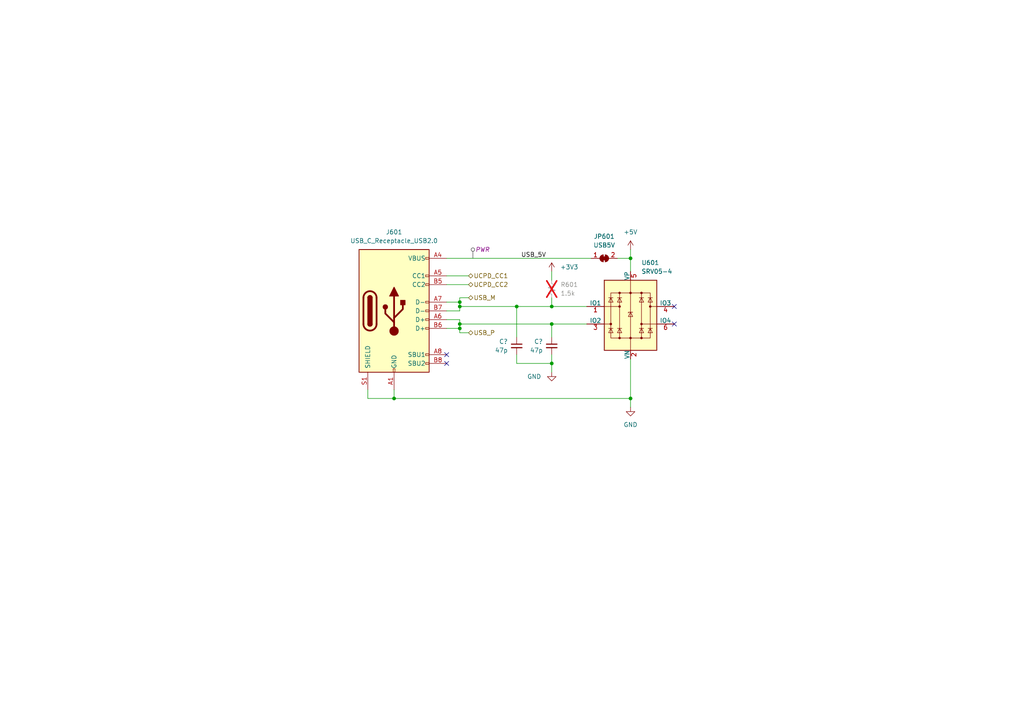
<source format=kicad_sch>
(kicad_sch (version 20230121) (generator eeschema)
  (paper "A4")
  (title_block (title "USB & ESD") (date "2023-06-17") (rev "1.0") (company "matei repair lab"))
  (lib_symbols
    (symbol "Connector:USB_C_Receptacle_USB2.0" (pin_names (offset 1.016))
      (property "Reference" "J" (at -10.16 19.05 0))
      (property "Value" "USB_C_Receptacle_USB2.0" (at 19.05 19.05 0))
      (symbol "USB_C_Receptacle_USB2.0_0_0"
        (rectangle (start -0.254 -17.78) (end 0.254 -16.764))
        (rectangle (start 10.16 -14.986) (end 9.144 -15.494))
        (rectangle (start 10.16 -12.446) (end 9.144 -12.954))
        (rectangle (start 10.16 -4.826) (end 9.144 -5.334))
        (rectangle (start 10.16 -2.286) (end 9.144 -2.794))
        (rectangle (start 10.16 0.254) (end 9.144 -0.254))
        (rectangle (start 10.16 2.794) (end 9.144 2.286))
        (rectangle (start 10.16 7.874) (end 9.144 7.366))
        (rectangle (start 10.16 10.414) (end 9.144 9.906))
        (rectangle (start 10.16 15.494) (end 9.144 14.986))
      )
      (symbol "USB_C_Receptacle_USB2.0_0_1"
        (rectangle (start -10.16 17.78) (end 10.16 -17.78) (stroke (width 0.254)) (fill (type background)))
        (arc (start -8.89 -3.81) (mid -6.985 -5.7067) (end -5.08 -3.81) (stroke (width 0.508)))
        (arc (start -7.62 -3.81) (mid -6.985 -4.4423) (end -6.35 -3.81) (stroke (width 0.254)))
        (arc (start -7.62 -3.81) (mid -6.985 -4.4423) (end -6.35 -3.81) (stroke (width 0.254)) (fill (type outline)))
        (rectangle (start -7.62 -3.81) (end -6.35 3.81) (stroke (width 0.254)) (fill (type outline)))
        (arc (start -6.35 3.81) (mid -6.985 4.4423) (end -7.62 3.81) (stroke (width 0.254)))
        (arc (start -6.35 3.81) (mid -6.985 4.4423) (end -7.62 3.81) (stroke (width 0.254)) (fill (type outline)))
        (arc (start -5.08 3.81) (mid -6.985 5.7067) (end -8.89 3.81) (stroke (width 0.508)))
        (circle (center -2.54 1.143) (radius 0.635) (stroke (width 0.254)) (fill (type outline)))
        (circle (center 0 -5.842) (radius 1.27) (fill (type outline)))
        (polyline (pts (xy -8.89 -3.81) (xy -8.89 3.81)) (stroke (width 0.508)))
        (polyline (pts (xy -5.08 3.81) (xy -5.08 -3.81)) (stroke (width 0.508)))
        (polyline (pts (xy 0 -5.842) (xy 0 4.318)) (stroke (width 0.508)))
        (polyline (pts (xy 0 -3.302) (xy -2.54 -0.762) (xy -2.54 0.508)) (stroke (width 0.508)))
        (polyline (pts (xy 0 -2.032) (xy 2.54 0.508) (xy 2.54 1.778)) (stroke (width 0.508)))
        (polyline (pts (xy -1.27 4.318) (xy 0 6.858) (xy 1.27 4.318) (xy -1.27 4.318)) (stroke (width 0.254)) (fill (type outline)))
        (rectangle (start 1.905 1.778) (end 3.175 3.048) (stroke (width 0.254)) (fill (type outline)))
      )
      (symbol "USB_C_Receptacle_USB2.0_1_1"
        (pin passive line (at 0 -22.86 90) (length 5.08) (name "GND") (number "A1"))
        (pin passive line (at 0 -22.86 90) (length 5.08) hide (name "GND") (number "A12"))
        (pin passive line (at 15.24 15.24 180) (length 5.08) (name "VBUS") (number "A4"))
        (pin bidirectional line (at 15.24 10.16 180) (length 5.08) (name "CC1") (number "A5"))
        (pin bidirectional line (at 15.24 -2.54 180) (length 5.08) (name "D+") (number "A6"))
        (pin bidirectional line (at 15.24 2.54 180) (length 5.08) (name "D-") (number "A7"))
        (pin bidirectional line (at 15.24 -12.7 180) (length 5.08) (name "SBU1") (number "A8"))
        (pin passive line (at 15.24 15.24 180) (length 5.08) hide (name "VBUS") (number "A9"))
        (pin passive line (at 0 -22.86 90) (length 5.08) hide (name "GND") (number "B1"))
        (pin passive line (at 0 -22.86 90) (length 5.08) hide (name "GND") (number "B12"))
        (pin passive line (at 15.24 15.24 180) (length 5.08) hide (name "VBUS") (number "B4"))
        (pin bidirectional line (at 15.24 7.62 180) (length 5.08) (name "CC2") (number "B5"))
        (pin bidirectional line (at 15.24 -5.08 180) (length 5.08) (name "D+") (number "B6"))
        (pin bidirectional line (at 15.24 0 180) (length 5.08) (name "D-") (number "B7"))
        (pin bidirectional line (at 15.24 -15.24 180) (length 5.08) (name "SBU2") (number "B8"))
        (pin passive line (at 15.24 15.24 180) (length 5.08) hide (name "VBUS") (number "B9"))
        (pin passive line (at -7.62 -22.86 90) (length 5.08) (name "SHIELD") (number "S1"))
      )
    )
    (symbol "Device:C_Small" (pin_numbers hide) (pin_names (offset 0.254) hide)
      (property "Reference" "C" (at 0.254 1.778 0))
      (property "Value" "C_Small" (at 0.254 -2.032 0))
      (symbol "C_Small_0_1"
        (polyline (pts (xy -1.524 -0.508) (xy 1.524 -0.508)) (stroke (width 0.3302)))
        (polyline (pts (xy -1.524 0.508) (xy 1.524 0.508)) (stroke (width 0.3048)))
      )
      (symbol "C_Small_1_1"
        (pin passive line (at 0 2.54 270) (length 2.032) (name "~") (number "1"))
        (pin passive line (at 0 -2.54 90) (length 2.032) (name "~") (number "2"))
      )
    )
    (symbol "Device:R_Small_US" (pin_numbers hide) (pin_names (offset 0.254) hide)
      (property "Reference" "R" (at 0.762 0.508 0))
      (property "Value" "R_Small_US" (at 0.762 -1.016 0))
      (symbol "R_Small_US_1_1"
        (polyline (pts (xy 0 0) (xy 1.016 -0.381) (xy 0 -0.762) (xy -1.016 -1.143) (xy 0 -1.524)))
        (polyline (pts (xy 0 1.524) (xy 1.016 1.143) (xy 0 0.762) (xy -1.016 0.381) (xy 0 0)))
        (pin passive line (at 0 2.54 270) (length 1.016) (name "~") (number "1"))
        (pin passive line (at 0 -2.54 90) (length 1.016) (name "~") (number "2"))
      )
    )
    (symbol "Jumper:SolderJumper_2_Bridged" (pin_names (offset 0) hide)
      (property "Reference" "JP" (at 0 2.032 0))
      (property "Value" "SolderJumper_2_Bridged" (at 0 -2.54 0))
      (symbol "SolderJumper_2_Bridged_0_1"
        (rectangle (start -0.508 0.508) (end 0.508 -0.508) (fill (type outline)))
        (arc (start -0.254 1.016) (mid -1.2656 0) (end -0.254 -1.016))
        (arc (start -0.254 1.016) (mid -1.2656 0) (end -0.254 -1.016) (fill (type outline)))
        (polyline (pts (xy -0.254 1.016) (xy -0.254 -1.016)))
        (polyline (pts (xy 0.254 1.016) (xy 0.254 -1.016)))
        (arc (start 0.254 -1.016) (mid 1.2656 0) (end 0.254 1.016))
        (arc (start 0.254 -1.016) (mid 1.2656 0) (end 0.254 1.016) (fill (type outline)))
      )
      (symbol "SolderJumper_2_Bridged_1_1"
        (pin passive line (at -3.81 0 0) (length 2.54) (name "A") (number "1"))
        (pin passive line (at 3.81 0 180) (length 2.54) (name "B") (number "2"))
      )
    )
    (symbol "Power_Protection:SRV05-4" (pin_names (offset 0))
      (property "Reference" "U" (at -5.08 11.43 0))
      (property "Value" "SRV05-4" (at 2.54 11.43 0))
      (symbol "SRV05-4_0_0"
        (rectangle (start -5.715 6.477) (end 5.715 -6.604))
        (polyline (pts (xy -3.175 -6.604) (xy -3.175 6.477)))
        (polyline (pts (xy 3.175 6.477) (xy 3.175 -6.604)))
      )
      (symbol "SRV05-4_0_1"
        (rectangle (start -7.62 10.16) (end 7.62 -10.16) (stroke (width 0.254)) (fill (type background)))
        (circle (center -5.715 -2.54) (radius 0.2794) (fill (type outline)))
        (circle (center -3.175 -6.604) (radius 0.2794) (fill (type outline)))
        (circle (center -3.175 2.54) (radius 0.2794) (fill (type outline)))
        (circle (center -3.175 6.477) (radius 0.2794) (fill (type outline)))
        (circle (center 0 -6.604) (radius 0.2794) (fill (type outline)))
        (polyline (pts (xy -7.747 2.54) (xy -3.175 2.54)))
        (polyline (pts (xy -7.62 -2.54) (xy -5.715 -2.54)))
        (polyline (pts (xy -5.08 -3.81) (xy -6.35 -3.81)))
        (polyline (pts (xy -5.08 5.08) (xy -6.35 5.08)))
        (polyline (pts (xy -2.54 -3.81) (xy -3.81 -3.81)))
        (polyline (pts (xy -2.54 5.08) (xy -3.81 5.08)))
        (polyline (pts (xy 0 10.16) (xy 0 -10.16)))
        (polyline (pts (xy 3.81 -3.81) (xy 2.54 -3.81)))
        (polyline (pts (xy 3.81 5.08) (xy 2.54 5.08)))
        (polyline (pts (xy 6.35 -3.81) (xy 5.08 -3.81)))
        (polyline (pts (xy 6.35 5.08) (xy 5.08 5.08)))
        (polyline (pts (xy 7.62 -2.54) (xy 3.175 -2.54)))
        (polyline (pts (xy 7.62 2.54) (xy 5.715 2.54)))
        (polyline (pts (xy 0.635 0.889) (xy -0.635 0.889) (xy -0.635 0.635)))
        (polyline (pts (xy -5.08 -5.08) (xy -6.35 -5.08) (xy -5.715 -3.81) (xy -5.08 -5.08)))
        (polyline (pts (xy -5.08 3.81) (xy -6.35 3.81) (xy -5.715 5.08) (xy -5.08 3.81)))
        (polyline (pts (xy -2.54 -5.08) (xy -3.81 -5.08) (xy -3.175 -3.81) (xy -2.54 -5.08)))
        (polyline (pts (xy -2.54 3.81) (xy -3.81 3.81) (xy -3.175 5.08) (xy -2.54 3.81)))
        (polyline (pts (xy 0.635 -0.381) (xy -0.635 -0.381) (xy 0 0.889) (xy 0.635 -0.381)))
        (polyline (pts (xy 3.81 -5.08) (xy 2.54 -5.08) (xy 3.175 -3.81) (xy 3.81 -5.08)))
        (polyline (pts (xy 3.81 3.81) (xy 2.54 3.81) (xy 3.175 5.08) (xy 3.81 3.81)))
        (polyline (pts (xy 6.35 -5.08) (xy 5.08 -5.08) (xy 5.715 -3.81) (xy 6.35 -5.08)))
        (polyline (pts (xy 6.35 3.81) (xy 5.08 3.81) (xy 5.715 5.08) (xy 6.35 3.81)))
        (circle (center 0 6.477) (radius 0.2794) (fill (type outline)))
        (circle (center 3.175 -6.604) (radius 0.2794) (fill (type outline)))
        (circle (center 3.175 -2.54) (radius 0.2794) (fill (type outline)))
        (circle (center 3.175 6.477) (radius 0.2794) (fill (type outline)))
        (circle (center 5.715 2.54) (radius 0.2794) (fill (type outline)))
      )
      (symbol "SRV05-4_1_1"
        (pin passive line (at -12.7 2.54 0) (length 5.08) (name "IO1") (number "1"))
        (pin passive line (at 0 -12.7 90) (length 2.54) (name "VN") (number "2"))
        (pin passive line (at -12.7 -2.54 0) (length 5.08) (name "IO2") (number "3"))
        (pin passive line (at 12.7 2.54 180) (length 5.08) (name "IO3") (number "4"))
        (pin passive line (at 0 12.7 270) (length 2.54) (name "VP") (number "5"))
        (pin passive line (at 12.7 -2.54 180) (length 5.08) (name "IO4") (number "6"))
      )
    )
    (symbol "power:+3V3" (power) (pin_names (offset 0))
      (property "Value" "+3V3" (at 0 3.556 0))
      (symbol "+3V3_0_1"
        (polyline (pts (xy -0.762 1.27) (xy 0 2.54)))
        (polyline (pts (xy 0 0) (xy 0 2.54)))
        (polyline (pts (xy 0 2.54) (xy 0.762 1.27)))
      )
      (symbol "+3V3_1_1"
        (pin power_in line (at 0 0 90) (length 0) hide (name "+3V3") (number "1"))
      )
    )
    (symbol "power:+5V" (power) (pin_names (offset 0))
      (property "Value" "+5V" (at 0 3.556 0))
      (symbol "+5V_0_1"
        (polyline (pts (xy -0.762 1.27) (xy 0 2.54)))
        (polyline (pts (xy 0 0) (xy 0 2.54)))
        (polyline (pts (xy 0 2.54) (xy 0.762 1.27)))
      )
      (symbol "+5V_1_1"
        (pin power_in line (at 0 0 90) (length 0) hide (name "+5V") (number "1"))
      )
    )
    (symbol "power:GND" (power) (pin_names (offset 0))
      (property "Value" "GND" (at 0 -3.81 0))
      (symbol "GND_0_1"
        (polyline (pts (xy 0 0) (xy 0 -1.27) (xy 1.27 -1.27) (xy 0 -2.54) (xy -1.27 -1.27) (xy 0 -1.27)))
      )
      (symbol "GND_1_1"
        (pin power_in line (at 0 0 270) (length 0) hide (name "GND") (number "1"))
      )
    )
  )
  (junction (at 160.02 88.9))
  (junction (at 182.88 74.93))
  (junction (at 149.86 88.9))
  (junction (at 160.02 93.98))
  (junction (at 133.35 88.9))
  (junction (at 182.88 115.57))
  (junction (at 133.35 87.63))
  (junction (at 133.35 95.25))
  (junction (at 160.02 105.41))
  (junction (at 114.3 115.57))
  (junction (at 133.35 93.98))
  (no_connect (at 195.58 93.98))
  (no_connect (at 129.54 105.41))
  (no_connect (at 195.58 88.9))
  (no_connect (at 129.54 102.87))
  (wire (pts (xy 182.88 115.57) (xy 182.88 104.14)))
  (wire (pts (xy 160.02 86.36) (xy 160.02 88.9)))
  (wire (pts (xy 129.54 87.63) (xy 133.35 87.63)))
  (wire (pts (xy 133.35 92.71) (xy 133.35 93.98)))
  (wire (pts (xy 106.68 115.57) (xy 114.3 115.57)))
  (wire (pts (xy 135.89 96.52) (xy 133.35 96.52)))
  (wire (pts (xy 149.86 105.41) (xy 160.02 105.41)))
  (wire (pts (xy 149.86 88.9) (xy 149.86 97.79)))
  (wire (pts (xy 133.35 93.98) (xy 133.35 95.25)))
  (wire (pts (xy 182.88 74.93) (xy 182.88 78.74)))
  (wire (pts (xy 182.88 115.57) (xy 182.88 118.11)))
  (wire (pts (xy 149.86 102.87) (xy 149.86 105.41)))
  (wire (pts (xy 129.54 80.01) (xy 135.89 80.01)))
  (wire (pts (xy 160.02 102.87) (xy 160.02 105.41)))
  (wire (pts (xy 133.35 86.36) (xy 133.35 87.63)))
  (wire (pts (xy 106.68 113.03) (xy 106.68 115.57)))
  (wire (pts (xy 114.3 113.03) (xy 114.3 115.57)))
  (wire (pts (xy 160.02 105.41) (xy 160.02 107.95)))
  (wire (pts (xy 160.02 93.98) (xy 160.02 97.79)))
  (wire (pts (xy 133.35 90.17) (xy 129.54 90.17)))
  (wire (pts (xy 133.35 93.98) (xy 160.02 93.98)))
  (wire (pts (xy 182.88 74.93) (xy 182.88 72.39)))
  (wire (pts (xy 129.54 92.71) (xy 133.35 92.71)))
  (wire (pts (xy 133.35 96.52) (xy 133.35 95.25)))
  (wire (pts (xy 160.02 93.98) (xy 170.18 93.98)))
  (wire (pts (xy 129.54 82.55) (xy 135.89 82.55)))
  (wire (pts (xy 133.35 95.25) (xy 129.54 95.25)))
  (wire (pts (xy 135.89 86.36) (xy 133.35 86.36)))
  (wire (pts (xy 114.3 115.57) (xy 182.88 115.57)))
  (wire (pts (xy 149.86 88.9) (xy 160.02 88.9)))
  (wire (pts (xy 129.54 74.93) (xy 171.45 74.93)))
  (wire (pts (xy 179.07 74.93) (xy 182.88 74.93)))
  (wire (pts (xy 160.02 88.9) (xy 170.18 88.9)))
  (wire (pts (xy 133.35 87.63) (xy 133.35 88.9)))
  (wire (pts (xy 133.35 88.9) (xy 133.35 90.17)))
  (wire (pts (xy 133.35 88.9) (xy 149.86 88.9)))
  (wire (pts (xy 160.02 78.74) (xy 160.02 81.28)))
  (label "USB_5V" (at 151.13 74.93 0))
  (hierarchical_label "USB_M" (shape bidirectional) (at 135.89 86.36 0))
  (hierarchical_label "UCPD_CC2" (shape bidirectional) (at 135.89 82.55 0))
  (hierarchical_label "USB_P" (shape bidirectional) (at 135.89 96.52 0))
  (hierarchical_label "UCPD_CC1" (shape bidirectional) (at 135.89 80.01 0))
  (netclass_flag "" (length 2.54) (shape round) (at 137.16 74.93 0) (property "Netclass" "PWR" (at 137.8585 72.39 0) (effects (font italic) (justify left))))
  (symbol (lib_id "Jumper:SolderJumper_2_Bridged") (at 175.26 74.93 0) (unit 1)
    (property "Reference" "JP601" (at 175.26 68.58 0))
    (property "Value" "USB5V" (at 175.26 71.12 0))
    (property "Footprint" "Jumper:SolderJumper-2_P1.3mm_Bridged_RoundedPad1.0x1.5mm" (effects hide))
  )
  (symbol (lib_id "Power_Protection:SRV05-4") (at 182.88 91.44 0) (unit 1)
    (property "Reference" "U601" (at 186.0297 76.2 0) (effects (justify left)))
    (property "Value" "SRV05-4" (at 186.0297 78.74 0) (effects (justify left)))
    (property "Footprint" "Package_TO_SOT_SMD:SOT-23-6" (effects hide))
    (property "Datasheet" "http://www.onsemi.com/pub/Collateral/SRV05-4-D.PDF" (effects hide))
  )
  (symbol (lib_id "Connector:USB_C_Receptacle_USB2.0") (at 114.3 90.17 0) (unit 1)
    (property "Reference" "J601" (at 114.3 67.31 0))
    (property "Value" "USB_C_Receptacle_USB2.0" (at 114.3 69.85 0))
    (property "Footprint" "Connector_USB:USB_C_Receptacle_HRO_TYPE-C-31-M-12" (effects hide))
    (property "Datasheet" "https://www.usb.org/sites/default/files/documents/usb_type-c.zip" (effects hide))
  )
  (symbol (lib_id "power:+5V") (at 182.88 72.39 0) (unit 1)
    (property "Reference" "#PWR0603" (effects hide))
    (property "Value" "+5V" (at 182.88 67.31 0))
  )
  (symbol (lib_id "Device:C_Small") (at 160.02 100.33 0) (unit 1)
    (property "Reference" "C?" (at 157.48 99.0663 0) (effects (justify right)))
    (property "Value" "47p" (at 157.48 101.6063 0) (effects (justify right)))
    (property "Footprint" "Capacitor_SMD:C_0402_1005Metric" (effects hide))
    (instances (project "stm32g431-mt6701-stspin233" (path "" (reference "C?") (unit 1)) (path "" (reference "C602") (unit 1))))
  )
  (symbol (lib_id "power:GND") (at 160.02 107.95 0) (mirror y) (unit 1)
    (property "Reference" "#PWR?" (effects hide))
    (property "Value" "GND" (at 154.94 109.22 0))
    (instances (project "stm32g431-mt6701-stspin233" (path "" (reference "#PWR?") (unit 1)) (path "" (reference "#PWR0215") (unit 1)) (path "" (reference "#PWR0602") (unit 1))))
  )
  (symbol (lib_id "power:+3V3") (at 160.02 78.74 0) (unit 1)
    (property "Reference" "#PWR0601" (effects hide))
    (property "Value" "+3V3" (at 165.1 77.47 0))
    (instances (project "stm32g431-mt6701-stspin233" (path "" (reference "#PWR0601") (unit 1)) (path "" (reference "#PWR?") (unit 1))))
  )
  (symbol (lib_id "Device:C_Small") (at 149.86 100.33 0) (unit 1)
    (property "Reference" "C?" (at 147.32 99.0663 0) (effects (justify right)))
    (property "Value" "47p" (at 147.32 101.6063 0) (effects (justify right)))
    (property "Footprint" "Capacitor_SMD:C_0402_1005Metric" (effects hide))
    (instances (project "stm32g431-mt6701-stspin233" (path "" (reference "C?") (unit 1)) (path "" (reference "C601") (unit 1))))
  )
  (symbol (lib_id "Device:R_Small_US") (at 160.02 83.82 0) (unit 1) (in_bom no) (dnp yes)
    (property "Reference" "R601" (at 162.56 82.55 0) (effects (justify left)))
    (property "Value" "1.5k" (at 162.56 85.09 0) (effects (justify left)))
    (property "Footprint" "Resistor_SMD:R_0402_1005Metric" (effects hide))
    (instances (project "stm32g431-mt6701-stspin233" (path "" (reference "R601") (unit 1)) (path "" (reference "R?") (unit 1))))
  )
  (symbol (lib_id "power:GND") (at 182.88 118.11 0) (unit 1)
    (property "Reference" "#PWR0604" (effects hide))
    (property "Value" "GND" (at 182.88 123.19 0))
  )
)
</source>
